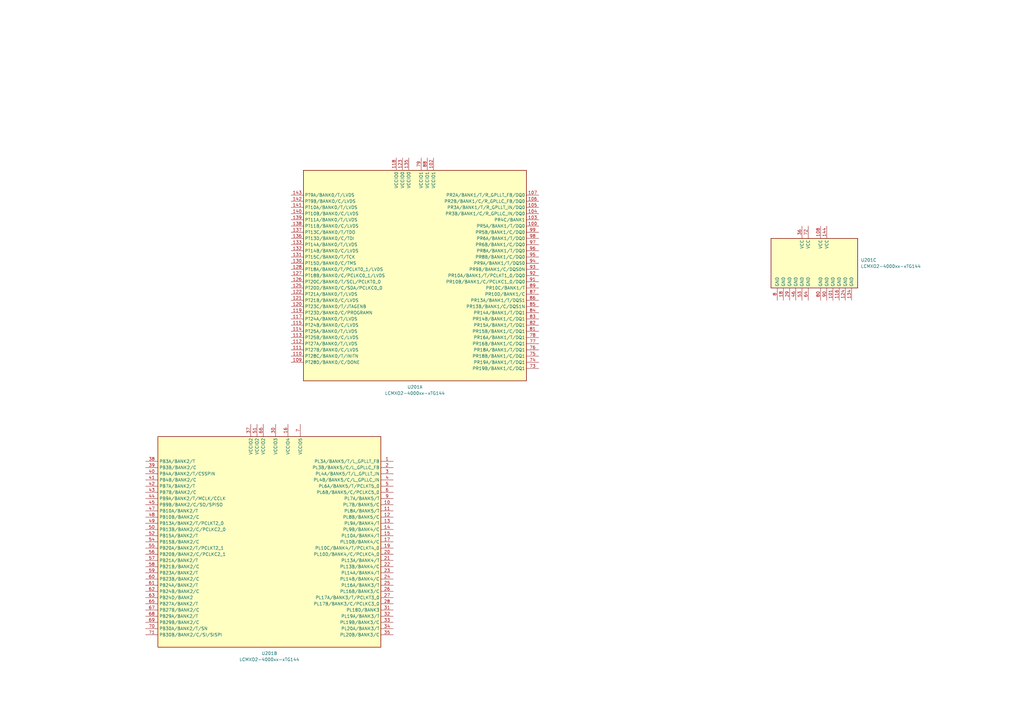
<source format=kicad_sch>
(kicad_sch (version 20250114) (generator "eeschema") (generator_version "9.0")
  (paper "A3")
  (lib_symbols
    (symbol "iw-fpga_mcu:LCMXO2-4000xx-xTG144"
      (property "Reference" "U" (at 0 0 0))
      (property "Value" "LCMXO2-4000xx-xTG144" (at 0 -2.54 0))
      (symbol "LCMXO2-4000xx-xTG144_1_1"
        (rectangle (start -45.72 43.18) (end 45.72 -43.18) (stroke (width 0.254)) (fill (type background)))
        (pin bidirectional line (at -50.8 33.02 0) (length 5.08) (name "PT9A/BANK0/T/LVDS") (number "143"))
        (pin bidirectional line (at -50.8 30.48 0) (length 5.08) (name "PT9B/BANK0/C/LVDS") (number "142"))
        (pin bidirectional line (at -50.8 27.94 0) (length 5.08) (name "PT10A/BANK0/T/LVDS") (number "141"))
        (pin bidirectional line (at -50.8 25.4 0) (length 5.08) (name "PT10B/BANK0/C/LVDS") (number "140"))
        (pin bidirectional line (at -50.8 22.86 0) (length 5.08) (name "PT11A/BANK0/T/LVDS") (number "139"))
        (pin bidirectional line (at -50.8 20.32 0) (length 5.08) (name "PT11B/BANK0/C/LVDS") (number "138"))
        (pin bidirectional line (at -50.8 17.78 0) (length 5.08) (name "PT13C/BANK0/T/TDO") (number "137"))
        (pin bidirectional line (at -50.8 15.24 0) (length 5.08) (name "PT13D/BANK0/C/TDI") (number "136"))
        (pin bidirectional line (at -50.8 12.7 0) (length 5.08) (name "PT14A/BANK0/T/LVDS") (number "133"))
        (pin bidirectional line (at -50.8 10.16 0) (length 5.08) (name "PT14B/BANK0/C/LVDS") (number "132"))
        (pin bidirectional line (at -50.8 7.62 0) (length 5.08) (name "PT15C/BANK0/T/TCK") (number "131"))
        (pin bidirectional line (at -50.8 5.08 0) (length 5.08) (name "PT15D/BANK0/C/TMS") (number "130"))
        (pin bidirectional line (at -50.8 2.54 0) (length 5.08) (name "PT18A/BANK0/T/PCLKT0_1/LVDS") (number "128"))
        (pin bidirectional line (at -50.8 0 0) (length 5.08) (name "PT18B/BANK0/C/PCLKC0_1/LVDS") (number "127"))
        (pin bidirectional line (at -50.8 -2.54 0) (length 5.08) (name "PT20C/BANK0/T/SCL/PCLKT0_0") (number "126"))
        (pin bidirectional line (at -50.8 -5.08 0) (length 5.08) (name "PT20D/BANK0/C/SDA/PCLKC0_0") (number "125"))
        (pin bidirectional line (at -50.8 -7.62 0) (length 5.08) (name "PT21A/BANK0/T/LVDS") (number "122"))
        (pin bidirectional line (at -50.8 -10.16 0) (length 5.08) (name "PT21B/BANK0/C/LVDS") (number "121"))
        (pin bidirectional line (at -50.8 -12.7 0) (length 5.08) (name "PT23C/BANK0/T/JTAGENB") (number "120"))
        (pin bidirectional line (at -50.8 -15.24 0) (length 5.08) (name "PT23D/BANK0/C/PROGRAMN") (number "119"))
        (pin bidirectional line (at -50.8 -17.78 0) (length 5.08) (name "PT24A/BANK0/T/LVDS") (number "117"))
        (pin bidirectional line (at -50.8 -20.32 0) (length 5.08) (name "PT24B/BANK0/C/LVDS") (number "115"))
        (pin bidirectional line (at -50.8 -22.86 0) (length 5.08) (name "PT25A/BANK0/T/LVDS") (number "114"))
        (pin bidirectional line (at -50.8 -25.4 0) (length 5.08) (name "PT25B/BANK0/C/LVDS") (number "113"))
        (pin bidirectional line (at -50.8 -27.94 0) (length 5.08) (name "PT27A/BANK0/T/LVDS") (number "112"))
        (pin bidirectional line (at -50.8 -30.48 0) (length 5.08) (name "PT27B/BANK0/C/LVDS") (number "111"))
        (pin bidirectional line (at -50.8 -33.02 0) (length 5.08) (name "PT28C/BANK0/T/INITN") (number "110"))
        (pin bidirectional line (at -50.8 -35.56 0) (length 5.08) (name "PT28D/BANK0/C/DONE") (number "109"))
        (pin no_connect line (at -45.72 -38.1 0) (length 5.08) (hide yes) (name "NC") (number "129"))
        (pin power_in line (at -7.62 48.26 270) (length 5.08) (name "VCCIO0") (number "118"))
        (pin power_in line (at -5.08 48.26 270) (length 5.08) (name "VCCIO0") (number "123"))
        (pin power_in line (at -2.54 48.26 270) (length 5.08) (name "VCCIO0") (number "135"))
        (pin power_in line (at 2.54 48.26 270) (length 5.08) (name "VCCIO1") (number "79"))
        (pin power_in line (at 5.08 48.26 270) (length 5.08) (name "VCCIO1") (number "88"))
        (pin power_in line (at 7.62 48.26 270) (length 5.08) (name "VCCIO1") (number "102"))
        (pin bidirectional line (at 50.8 33.02 180) (length 5.08) (name "PR2A/BANK1/T/R_GPLLT_FB/DQ0") (number "107"))
        (pin bidirectional line (at 50.8 30.48 180) (length 5.08) (name "PR2B/BANK1/C/R_GPLLC_FB/DQ0") (number "106"))
        (pin bidirectional line (at 50.8 27.94 180) (length 5.08) (name "PR3A/BANK1/T/R_GPLLT_IN/DQ0") (number "105"))
        (pin bidirectional line (at 50.8 25.4 180) (length 5.08) (name "PR3B/BANK1/C/R_GPLLC_IN/DQ0") (number "104"))
        (pin bidirectional line (at 50.8 22.86 180) (length 5.08) (name "PR4C/BANK1") (number "103"))
        (pin bidirectional line (at 50.8 20.32 180) (length 5.08) (name "PR5A/BANK1/T/DQ0") (number "100"))
        (pin bidirectional line (at 50.8 17.78 180) (length 5.08) (name "PR5B/BANK1/C/DQ0") (number "99"))
        (pin bidirectional line (at 50.8 15.24 180) (length 5.08) (name "PR6A/BANK1/T/DQ0") (number "98"))
        (pin bidirectional line (at 50.8 12.7 180) (length 5.08) (name "PR6B/BANK1/C/DQ0") (number "97"))
        (pin bidirectional line (at 50.8 10.16 180) (length 5.08) (name "PR8A/BANK1/T/DQ0") (number "96"))
        (pin bidirectional line (at 50.8 7.62 180) (length 5.08) (name "PR8B/BANK1/C/DQ0") (number "95"))
        (pin bidirectional line (at 50.8 5.08 180) (length 5.08) (name "PR9A/BANK1/T/DQS0") (number "94"))
        (pin bidirectional line (at 50.8 2.54 180) (length 5.08) (name "PR9B/BANK1/C/DQS0N") (number "93"))
        (pin bidirectional line (at 50.8 0 180) (length 5.08) (name "PR10A/BANK1/T/PCLKT1_0/DQ0") (number "92"))
        (pin bidirectional line (at 50.8 -2.54 180) (length 5.08) (name "PR10B/BANK1/C/PCLKC1_0/DQ0") (number "91"))
        (pin bidirectional line (at 50.8 -5.08 180) (length 5.08) (name "PR10C/BANK1/T") (number "89"))
        (pin bidirectional line (at 50.8 -7.62 180) (length 5.08) (name "PR10D/BANK1/C") (number "87"))
        (pin bidirectional line (at 50.8 -10.16 180) (length 5.08) (name "PR13A/BANK1/T/DQS1") (number "86"))
        (pin bidirectional line (at 50.8 -12.7 180) (length 5.08) (name "PR13B/BANK1/C/DQS1N") (number "85"))
        (pin bidirectional line (at 50.8 -15.24 180) (length 5.08) (name "PR14A/BANK1/T/DQ1") (number "84"))
        (pin bidirectional line (at 50.8 -17.78 180) (length 5.08) (name "PR14B/BANK1/C/DQ1") (number "83"))
        (pin bidirectional line (at 50.8 -20.32 180) (length 5.08) (name "PR15A/BANK1/T/DQ1") (number "82"))
        (pin bidirectional line (at 50.8 -22.86 180) (length 5.08) (name "PR15B/BANK1/C/DQ1") (number "81"))
        (pin bidirectional line (at 50.8 -25.4 180) (length 5.08) (name "PR16A/BANK1/T/DQ1") (number "78"))
        (pin bidirectional line (at 50.8 -27.94 180) (length 5.08) (name "PR16B/BANK1/C/DQ1") (number "77"))
        (pin bidirectional line (at 50.8 -30.48 180) (length 5.08) (name "PR18A/BANK1/T/DQ1") (number "76"))
        (pin bidirectional line (at 50.8 -33.02 180) (length 5.08) (name "PR18B/BANK1/C/DQ1") (number "75"))
        (pin bidirectional line (at 50.8 -35.56 180) (length 5.08) (name "PR19A/BANK1/T/DQ1") (number "74"))
        (pin bidirectional line (at 50.8 -38.1 180) (length 5.08) (name "PR19B/BANK1/C/DQ1") (number "73"))
      )
      (symbol "LCMXO2-4000xx-xTG144_2_1"
        (rectangle (start -45.72 43.18) (end 45.72 -43.18) (stroke (width 0.254)) (fill (type background)))
        (pin bidirectional line (at -50.8 33.02 0) (length 5.08) (name "PB3A/BANK2/T") (number "38"))
        (pin bidirectional line (at -50.8 30.48 0) (length 5.08) (name "PB3B/BANK2/C") (number "39"))
        (pin bidirectional line (at -50.8 27.94 0) (length 5.08) (name "PB4A/BANK2/T/CSSPIN") (number "40"))
        (pin bidirectional line (at -50.8 25.4 0) (length 5.08) (name "PB4B/BANK2/C") (number "41"))
        (pin bidirectional line (at -50.8 22.86 0) (length 5.08) (name "PB7A/BANK2/T") (number "42"))
        (pin bidirectional line (at -50.8 20.32 0) (length 5.08) (name "PB7B/BANK2/C") (number "43"))
        (pin bidirectional line (at -50.8 17.78 0) (length 5.08) (name "PB9A/BANK2/T/MCLK/CCLK") (number "44"))
        (pin bidirectional line (at -50.8 15.24 0) (length 5.08) (name "PB9B/BANK2/C/SO/SPISO") (number "45"))
        (pin bidirectional line (at -50.8 12.7 0) (length 5.08) (name "PB10A/BANK2/T") (number "47"))
        (pin bidirectional line (at -50.8 10.16 0) (length 5.08) (name "PB10B/BANK2/C") (number "48"))
        (pin bidirectional line (at -50.8 7.62 0) (length 5.08) (name "PB13A/BANK2/T/PCLKT2_0") (number "49"))
        (pin bidirectional line (at -50.8 5.08 0) (length 5.08) (name "PB13B/BANK2/C/PCLKC2_0") (number "50"))
        (pin bidirectional line (at -50.8 2.54 0) (length 5.08) (name "PB15A/BANK2/T") (number "52"))
        (pin bidirectional line (at -50.8 0 0) (length 5.08) (name "PB15B/BANK2/C") (number "54"))
        (pin bidirectional line (at -50.8 -2.54 0) (length 5.08) (name "PB20A/BANK2/T/PCLKT2_1") (number "55"))
        (pin bidirectional line (at -50.8 -5.08 0) (length 5.08) (name "PB20B/BANK2/C/PCLKC2_1") (number "56"))
        (pin bidirectional line (at -50.8 -7.62 0) (length 5.08) (name "PB21A/BANK2/T") (number "57"))
        (pin bidirectional line (at -50.8 -10.16 0) (length 5.08) (name "PB21B/BANK2/C") (number "58"))
        (pin bidirectional line (at -50.8 -12.7 0) (length 5.08) (name "PB23A/BANK2/T") (number "59"))
        (pin bidirectional line (at -50.8 -15.24 0) (length 5.08) (name "PB23B/BANK2/C") (number "60"))
        (pin bidirectional line (at -50.8 -17.78 0) (length 5.08) (name "PB24A/BANK2/T") (number "61"))
        (pin bidirectional line (at -50.8 -20.32 0) (length 5.08) (name "PB24B/BANK2/C") (number "62"))
        (pin bidirectional line (at -50.8 -22.86 0) (length 5.08) (name "PB24D/BANK2") (number "63"))
        (pin bidirectional line (at -50.8 -25.4 0) (length 5.08) (name "PB27A/BANK2/T") (number "65"))
        (pin bidirectional line (at -50.8 -27.94 0) (length 5.08) (name "PB27B/BANK2/C") (number "67"))
        (pin bidirectional line (at -50.8 -30.48 0) (length 5.08) (name "PB29A/BANK2/T") (number "68"))
        (pin bidirectional line (at -50.8 -33.02 0) (length 5.08) (name "PB29B/BANK2/C") (number "69"))
        (pin bidirectional line (at -50.8 -35.56 0) (length 5.08) (name "PB30A/BANK2/T/SN") (number "70"))
        (pin bidirectional line (at -50.8 -38.1 0) (length 5.08) (name "PB30B/BANK2/C/SI/SISPI") (number "71"))
        (pin power_in line (at -7.62 48.26 270) (length 5.08) (name "VCCIO2") (number "37"))
        (pin power_in line (at -5.08 48.26 270) (length 5.08) (name "VCCIO2") (number "51"))
        (pin power_in line (at -2.54 48.26 270) (length 5.08) (name "VCCIO2") (number "66"))
        (pin power_in line (at 2.54 48.26 270) (length 5.08) (name "VCCIO3") (number "30"))
        (pin power_in line (at 7.62 48.26 270) (length 5.08) (name "VCCIO4") (number "16"))
        (pin power_in line (at 12.7 48.26 270) (length 5.08) (name "VCCIO5") (number "7"))
        (pin bidirectional line (at 50.8 33.02 180) (length 5.08) (name "PL3A/BANK5/T/L_GPLLT_FB") (number "1"))
        (pin bidirectional line (at 50.8 30.48 180) (length 5.08) (name "PL3B/BANK5/C/L_GPLLC_FB") (number "2"))
        (pin bidirectional line (at 50.8 27.94 180) (length 5.08) (name "PL4A/BANK5/T/L_GPLLT_IN") (number "3"))
        (pin bidirectional line (at 50.8 25.4 180) (length 5.08) (name "PL4B/BANK5/C/L_GPLLC_IN") (number "4"))
        (pin bidirectional line (at 50.8 22.86 180) (length 5.08) (name "PL6A/BANK5/T/PCLKT5_0") (number "5"))
        (pin bidirectional line (at 50.8 20.32 180) (length 5.08) (name "PL6B/BANK5/C/PCLKC5_0") (number "6"))
        (pin bidirectional line (at 50.8 17.78 180) (length 5.08) (name "PL7A/BANK5/T") (number "9"))
        (pin bidirectional line (at 50.8 15.24 180) (length 5.08) (name "PL7B/BANK5/C") (number "10"))
        (pin bidirectional line (at 50.8 12.7 180) (length 5.08) (name "PL8A/BANK5/T") (number "11"))
        (pin bidirectional line (at 50.8 10.16 180) (length 5.08) (name "PL8B/BANK5/C") (number "12"))
        (pin bidirectional line (at 50.8 7.62 180) (length 5.08) (name "PL9A/BANK4/T") (number "13"))
        (pin bidirectional line (at 50.8 5.08 180) (length 5.08) (name "PL9B/BANK4/C") (number "14"))
        (pin bidirectional line (at 50.8 2.54 180) (length 5.08) (name "PL10A/BANK4/T") (number "15"))
        (pin bidirectional line (at 50.8 0 180) (length 5.08) (name "PL10B/BANK4/C") (number "17"))
        (pin bidirectional line (at 50.8 -2.54 180) (length 5.08) (name "PL10C/BANK4/T/PCLKT4_0") (number "19"))
        (pin bidirectional line (at 50.8 -5.08 180) (length 5.08) (name "PL10D/BANK4/C/PCLKC4_0") (number "20"))
        (pin bidirectional line (at 50.8 -7.62 180) (length 5.08) (name "PL13A/BANK4/T") (number "21"))
        (pin bidirectional line (at 50.8 -10.16 180) (length 5.08) (name "PL13B/BANK4/C") (number "22"))
        (pin bidirectional line (at 50.8 -12.7 180) (length 5.08) (name "PL14A/BANK4/T") (number "23"))
        (pin bidirectional line (at 50.8 -15.24 180) (length 5.08) (name "PL14B/BANK4/C") (number "24"))
        (pin bidirectional line (at 50.8 -17.78 180) (length 5.08) (name "PL16A/BANK3/T") (number "25"))
        (pin bidirectional line (at 50.8 -20.32 180) (length 5.08) (name "PL16B/BANK3/C") (number "26"))
        (pin bidirectional line (at 50.8 -22.86 180) (length 5.08) (name "PL17A/BANK3/T/PCLKT3_0") (number "27"))
        (pin bidirectional line (at 50.8 -25.4 180) (length 5.08) (name "PL17B/BANK3/C/PCLKC3_0") (number "28"))
        (pin bidirectional line (at 50.8 -27.94 180) (length 5.08) (name "PL18D/BANK3") (number "31"))
        (pin bidirectional line (at 50.8 -30.48 180) (length 5.08) (name "PL19A/BANK3/T") (number "32"))
        (pin bidirectional line (at 50.8 -33.02 180) (length 5.08) (name "PL19B/BANK3/C") (number "33"))
        (pin bidirectional line (at 50.8 -35.56 180) (length 5.08) (name "PL20A/BANK3/T") (number "34"))
        (pin bidirectional line (at 50.8 -38.1 180) (length 5.08) (name "PL20B/BANK3/C") (number "35"))
      )
      (symbol "LCMXO2-4000xx-xTG144_3_1"
        (rectangle (start -17.78 10.16) (end 17.78 -10.16) (stroke (width 0.254)) (fill (type background)))
        (pin power_in line (at -15.24 -15.24 90) (length 5.08) (name "GND") (number "8"))
        (pin power_in line (at -12.7 -15.24 90) (length 5.08) (name "GND") (number "18"))
        (pin power_in line (at -10.16 -15.24 90) (length 5.08) (name "GND") (number "29"))
        (pin power_in line (at -7.62 -15.24 90) (length 5.08) (name "GND") (number "46"))
        (pin power_in line (at -5.08 15.24 270) (length 5.08) (name "VCC") (number "36"))
        (pin power_in line (at -5.08 -15.24 90) (length 5.08) (name "GND") (number "53"))
        (pin power_in line (at -2.54 15.24 270) (length 5.08) (name "VCC") (number "72"))
        (pin power_in line (at -2.54 -15.24 90) (length 5.08) (name "GND") (number "64"))
        (pin power_in line (at 2.54 15.24 270) (length 5.08) (name "VCC") (number "108"))
        (pin power_in line (at 2.54 -15.24 90) (length 5.08) (name "GND") (number "80"))
        (pin power_in line (at 5.08 15.24 270) (length 5.08) (name "VCC") (number "144"))
        (pin power_in line (at 5.08 -15.24 90) (length 5.08) (name "GND") (number "90"))
        (pin power_in line (at 7.62 -15.24 90) (length 5.08) (name "GND") (number "101"))
        (pin power_in line (at 10.16 -15.24 90) (length 5.08) (name "GND") (number "116"))
        (pin power_in line (at 12.7 -15.24 90) (length 5.08) (name "GND") (number "124"))
        (pin power_in line (at 15.24 -15.24 90) (length 5.08) (name "GND") (number "134"))
      )
    )
  )
  (symbol (lib_id "iw-fpga_mcu:LCMXO2-4000xx-xTG144") (at 334.01 107.95 0) (unit 3)
    (property "Reference" "U201" (at 353.06 106.6799 0) (effects (justify left)))
    (property "Value" "LCMXO2-4000xx-xTG144" (at 353.06 109.2199 0) (effects (justify left)))
    (property "Footprint" "Package_QFP:TQFP-144_20x20mm_P0.5mm" (effects (hide yes)))
    (property "Datasheet" "https://www.latticesemi.com/view_document?document_id=38834" (effects (hide yes)))
    (property "Description" "MachXO2 FPGA, 4000 LUT, TQFP-144" (effects (hide yes)))
  )
  (symbol (lib_id "iw-fpga_mcu:LCMXO2-4000xx-xTG144") (at 110.49 222.25 0) (unit 2)
    (property "Reference" "U201" (at 110.49 267.97 0))
    (property "Value" "LCMXO2-4000xx-xTG144" (at 110.49 270.51 0))
    (property "Footprint" "Package_QFP:TQFP-144_20x20mm_P0.5mm" (effects (hide yes)))
    (property "Datasheet" "https://www.latticesemi.com/view_document?document_id=38834" (effects (hide yes)))
    (property "Description" "MachXO2 FPGA, 4000 LUT, TQFP-144" (effects (hide yes)))
  )
  (symbol (lib_id "iw-fpga_mcu:LCMXO2-4000xx-xTG144") (at 170.18 113.03 0) (unit 1)
    (property "Reference" "U201" (at 170.18 158.75 0))
    (property "Value" "LCMXO2-4000xx-xTG144" (at 170.18 161.29 0))
    (property "Footprint" "Package_QFP:TQFP-144_20x20mm_P0.5mm" (effects (hide yes)))
    (property "Datasheet" "https://www.latticesemi.com/view_document?document_id=38834" (effects (hide yes)))
    (property "Description" "MachXO2 FPGA, 4000 LUT, TQFP-144" (effects (hide yes)))
  )
)
</source>
